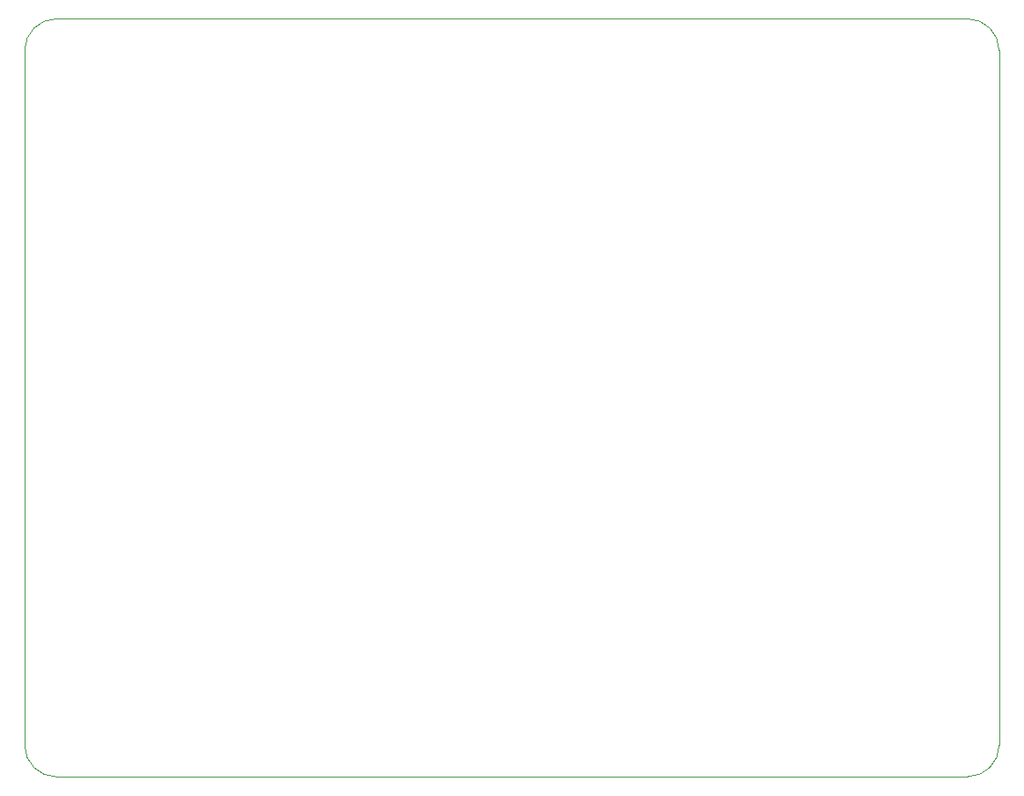
<source format=gm1>
G04 #@! TF.GenerationSoftware,KiCad,Pcbnew,(5.1.12)-1*
G04 #@! TF.CreationDate,2022-03-22T09:12:58+08:00*
G04 #@! TF.ProjectId,Printhead-Driver,5072696e-7468-4656-9164-2d4472697665,V0.5c2*
G04 #@! TF.SameCoordinates,Original*
G04 #@! TF.FileFunction,Profile,NP*
%FSLAX46Y46*%
G04 Gerber Fmt 4.6, Leading zero omitted, Abs format (unit mm)*
G04 Created by KiCad (PCBNEW (5.1.12)-1) date 2022-03-22 09:12:58*
%MOMM*%
%LPD*%
G01*
G04 APERTURE LIST*
G04 #@! TA.AperFunction,Profile*
%ADD10C,0.050000*%
G04 #@! TD*
G04 APERTURE END LIST*
D10*
X191706500Y-62103000D02*
G75*
G02*
X194754499Y-65151001I-1J-3048000D01*
G01*
X194754500Y-132016500D02*
G75*
G02*
X191706499Y-135064499I-3048000J1D01*
G01*
X104013000Y-135064500D02*
G75*
G02*
X100965001Y-132016499I1J3048000D01*
G01*
X100964999Y-65150999D02*
G75*
G02*
X104013000Y-62103000I3048000J-1D01*
G01*
X104013000Y-135064500D02*
X191706499Y-135064499D01*
X100965000Y-65151000D02*
X100965001Y-132016499D01*
X191706500Y-62103000D02*
X104013000Y-62103000D01*
X194754500Y-132016500D02*
X194754499Y-65151001D01*
M02*

</source>
